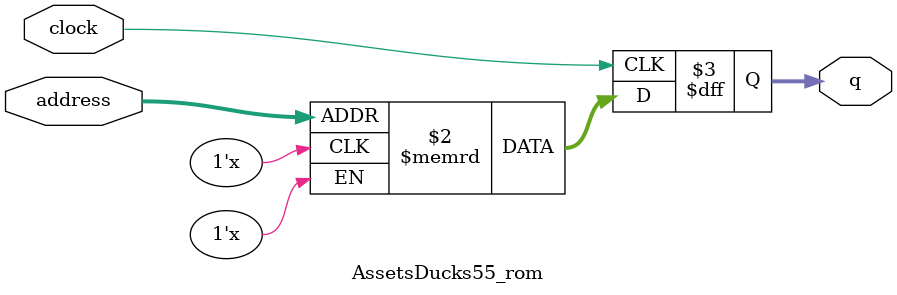
<source format=sv>
module AssetsDucks55_rom (
	input logic clock,
	input logic [11:0] address,
	output logic [3:0] q
);

logic [3:0] memory [0:4095] /* synthesis ram_init_file = "./AssetsDucks55/AssetsDucks55.mif" */;

always_ff @ (posedge clock) begin
	q <= memory[address];
end

endmodule

</source>
